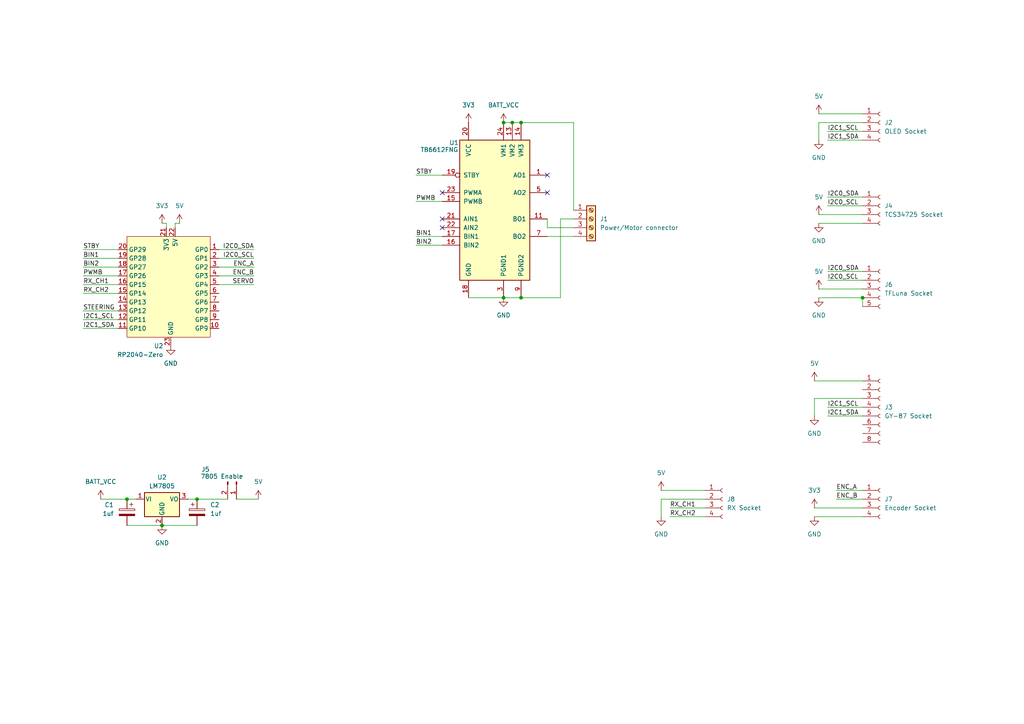
<source format=kicad_sch>
(kicad_sch (version 20250114) (generator "eeschema") (generator_version "9.0")
  (paper "A4")
  (title_block (title "Peripherals Board Revision 2") (date "2025-07-02") (rev "2") (company "DIY Laboratories"))
  (lib_symbols
    (symbol "Connector:Conn_01x02_Pin" (pin_names (offset 1.016) (hide yes))
      (property "Reference" "J" (at 0 2.54 0))
      (property "Value" "Conn_01x02_Pin" (at 0 -5.08 0))
      (symbol "Conn_01x02_Pin_1_1"
        (rectangle (start 0.8636 0.127) (end 0 -0.127) (stroke (width 0.1524)) (fill (type outline)))
        (rectangle (start 0.8636 -2.413) (end 0 -2.667) (stroke (width 0.1524)) (fill (type outline)))
        (polyline (pts (xy 1.27 0) (xy 0.8636 0)) (stroke (width 0.1524)))
        (polyline (pts (xy 1.27 -2.54) (xy 0.8636 -2.54)) (stroke (width 0.1524)))
        (pin passive line (at 5.08 0 180) (length 3.81) (name "Pin_1") (number "1"))
        (pin passive line (at 5.08 -2.54 180) (length 3.81) (name "Pin_2") (number "2"))
      )
    )
    (symbol "Connector:Conn_01x04_Socket" (pin_names (offset 1.016) (hide yes))
      (property "Reference" "J" (at 0 5.08 0))
      (property "Value" "Conn_01x04_Socket" (at 0 -7.62 0))
      (symbol "Conn_01x04_Socket_1_1"
        (polyline (pts (xy -1.27 2.54) (xy -0.508 2.54)) (stroke (width 0.1524)))
        (polyline (pts (xy -1.27 0) (xy -0.508 0)) (stroke (width 0.1524)))
        (polyline (pts (xy -1.27 -2.54) (xy -0.508 -2.54)) (stroke (width 0.1524)))
        (polyline (pts (xy -1.27 -5.08) (xy -0.508 -5.08)) (stroke (width 0.1524)))
        (arc (start 0 2.032) (mid -0.5058 2.54) (end 0 3.048) (stroke (width 0.1524)))
        (arc (start 0 -0.508) (mid -0.5058 0) (end 0 0.508) (stroke (width 0.1524)))
        (arc (start 0 -3.048) (mid -0.5058 -2.54) (end 0 -2.032) (stroke (width 0.1524)))
        (arc (start 0 -5.588) (mid -0.5058 -5.08) (end 0 -4.572) (stroke (width 0.1524)))
        (pin passive line (at -5.08 2.54 0) (length 3.81) (name "Pin_1") (number "1"))
        (pin passive line (at -5.08 0 0) (length 3.81) (name "Pin_2") (number "2"))
        (pin passive line (at -5.08 -2.54 0) (length 3.81) (name "Pin_3") (number "3"))
        (pin passive line (at -5.08 -5.08 0) (length 3.81) (name "Pin_4") (number "4"))
      )
    )
    (symbol "Connector:Conn_01x05_Socket" (pin_names (offset 1.016) (hide yes))
      (property "Reference" "J" (at 0 7.62 0))
      (property "Value" "Conn_01x05_Socket" (at 0 -7.62 0))
      (symbol "Conn_01x05_Socket_1_1"
        (polyline (pts (xy -1.27 5.08) (xy -0.508 5.08)) (stroke (width 0.1524)))
        (polyline (pts (xy -1.27 2.54) (xy -0.508 2.54)) (stroke (width 0.1524)))
        (polyline (pts (xy -1.27 0) (xy -0.508 0)) (stroke (width 0.1524)))
        (polyline (pts (xy -1.27 -2.54) (xy -0.508 -2.54)) (stroke (width 0.1524)))
        (polyline (pts (xy -1.27 -5.08) (xy -0.508 -5.08)) (stroke (width 0.1524)))
        (arc (start 0 4.572) (mid -0.5058 5.08) (end 0 5.588) (stroke (width 0.1524)))
        (arc (start 0 2.032) (mid -0.5058 2.54) (end 0 3.048) (stroke (width 0.1524)))
        (arc (start 0 -0.508) (mid -0.5058 0) (end 0 0.508) (stroke (width 0.1524)))
        (arc (start 0 -3.048) (mid -0.5058 -2.54) (end 0 -2.032) (stroke (width 0.1524)))
        (arc (start 0 -5.588) (mid -0.5058 -5.08) (end 0 -4.572) (stroke (width 0.1524)))
        (pin passive line (at -5.08 5.08 0) (length 3.81) (name "Pin_1") (number "1"))
        (pin passive line (at -5.08 2.54 0) (length 3.81) (name "Pin_2") (number "2"))
        (pin passive line (at -5.08 0 0) (length 3.81) (name "Pin_3") (number "3"))
        (pin passive line (at -5.08 -2.54 0) (length 3.81) (name "Pin_4") (number "4"))
        (pin passive line (at -5.08 -5.08 0) (length 3.81) (name "Pin_5") (number "5"))
      )
    )
    (symbol "Connector:Conn_01x08_Socket" (pin_names (offset 1.016) (hide yes))
      (property "Reference" "J" (at 0 10.16 0))
      (property "Value" "Conn_01x08_Socket" (at 0 -12.7 0))
      (symbol "Conn_01x08_Socket_1_1"
        (polyline (pts (xy -1.27 7.62) (xy -0.508 7.62)) (stroke (width 0.1524)))
        (polyline (pts (xy -1.27 5.08) (xy -0.508 5.08)) (stroke (width 0.1524)))
        (polyline (pts (xy -1.27 2.54) (xy -0.508 2.54)) (stroke (width 0.1524)))
        (polyline (pts (xy -1.27 0) (xy -0.508 0)) (stroke (width 0.1524)))
        (polyline (pts (xy -1.27 -2.54) (xy -0.508 -2.54)) (stroke (width 0.1524)))
        (polyline (pts (xy -1.27 -5.08) (xy -0.508 -5.08)) (stroke (width 0.1524)))
        (polyline (pts (xy -1.27 -7.62) (xy -0.508 -7.62)) (stroke (width 0.1524)))
        (polyline (pts (xy -1.27 -10.16) (xy -0.508 -10.16)) (stroke (width 0.1524)))
        (arc (start 0 7.112) (mid -0.5058 7.62) (end 0 8.128) (stroke (width 0.1524)))
        (arc (start 0 4.572) (mid -0.5058 5.08) (end 0 5.588) (stroke (width 0.1524)))
        (arc (start 0 2.032) (mid -0.5058 2.54) (end 0 3.048) (stroke (width 0.1524)))
        (arc (start 0 -0.508) (mid -0.5058 0) (end 0 0.508) (stroke (width 0.1524)))
        (arc (start 0 -3.048) (mid -0.5058 -2.54) (end 0 -2.032) (stroke (width 0.1524)))
        (arc (start 0 -5.588) (mid -0.5058 -5.08) (end 0 -4.572) (stroke (width 0.1524)))
        (arc (start 0 -8.128) (mid -0.5058 -7.62) (end 0 -7.112) (stroke (width 0.1524)))
        (arc (start 0 -10.668) (mid -0.5058 -10.16) (end 0 -9.652) (stroke (width 0.1524)))
        (pin passive line (at -5.08 7.62 0) (length 3.81) (name "Pin_1") (number "1"))
        (pin passive line (at -5.08 5.08 0) (length 3.81) (name "Pin_2") (number "2"))
        (pin passive line (at -5.08 2.54 0) (length 3.81) (name "Pin_3") (number "3"))
        (pin passive line (at -5.08 0 0) (length 3.81) (name "Pin_4") (number "4"))
        (pin passive line (at -5.08 -2.54 0) (length 3.81) (name "Pin_5") (number "5"))
        (pin passive line (at -5.08 -5.08 0) (length 3.81) (name "Pin_6") (number "6"))
        (pin passive line (at -5.08 -7.62 0) (length 3.81) (name "Pin_7") (number "7"))
        (pin passive line (at -5.08 -10.16 0) (length 3.81) (name "Pin_8") (number "8"))
      )
    )
    (symbol "Connector:Screw_Terminal_01x04" (pin_names (offset 1.016) (hide yes))
      (property "Reference" "J" (at 0 5.08 0))
      (property "Value" "Screw_Terminal_01x04" (at 0 -7.62 0))
      (symbol "Screw_Terminal_01x04_1_1"
        (rectangle (start -1.27 3.81) (end 1.27 -6.35) (stroke (width 0.254)) (fill (type background)))
        (polyline (pts (xy -0.5334 2.8702) (xy 0.3302 2.032)) (stroke (width 0.1524)))
        (polyline (pts (xy -0.5334 0.3302) (xy 0.3302 -0.508)) (stroke (width 0.1524)))
        (polyline (pts (xy -0.5334 -2.2098) (xy 0.3302 -3.048)) (stroke (width 0.1524)))
        (polyline (pts (xy -0.5334 -4.7498) (xy 0.3302 -5.588)) (stroke (width 0.1524)))
        (polyline (pts (xy -0.3556 3.048) (xy 0.508 2.2098)) (stroke (width 0.1524)))
        (polyline (pts (xy -0.3556 0.508) (xy 0.508 -0.3302)) (stroke (width 0.1524)))
        (polyline (pts (xy -0.3556 -2.032) (xy 0.508 -2.8702)) (stroke (width 0.1524)))
        (polyline (pts (xy -0.3556 -4.572) (xy 0.508 -5.4102)) (stroke (width 0.1524)))
        (circle (center 0 2.54) (radius 0.635) (stroke (width 0.1524)))
        (circle (center 0 0) (radius 0.635) (stroke (width 0.1524)))
        (circle (center 0 -2.54) (radius 0.635) (stroke (width 0.1524)))
        (circle (center 0 -5.08) (radius 0.635) (stroke (width 0.1524)))
        (pin passive line (at -5.08 2.54 0) (length 3.81) (name "Pin_1") (number "1"))
        (pin passive line (at -5.08 0 0) (length 3.81) (name "Pin_2") (number "2"))
        (pin passive line (at -5.08 -2.54 0) (length 3.81) (name "Pin_3") (number "3"))
        (pin passive line (at -5.08 -5.08 0) (length 3.81) (name "Pin_4") (number "4"))
      )
    )
    (symbol "Device:C_Polarized" (pin_numbers (hide yes)) (pin_names (offset 0.254))
      (property "Reference" "C" (at 0.635 2.54 0))
      (property "Value" "C_Polarized" (at 0.635 -2.54 0))
      (symbol "C_Polarized_0_1"
        (rectangle (start -2.286 0.508) (end 2.286 1.016))
        (polyline (pts (xy -1.778 2.286) (xy -0.762 2.286)))
        (polyline (pts (xy -1.27 2.794) (xy -1.27 1.778)))
        (rectangle (start 2.286 -0.508) (end -2.286 -1.016) (fill (type outline)))
      )
      (symbol "C_Polarized_1_1"
        (pin passive line (at 0 3.81 270) (length 2.794) (name "~") (number "1"))
        (pin passive line (at 0 -3.81 90) (length 2.794) (name "~") (number "2"))
      )
    )
    (symbol "Driver_Motor:TB6612FNG" (pin_names (offset 1.016))
      (property "Reference" "U" (at 11.43 17.78 0))
      (property "Value" "TB6612FNG" (at 11.43 15.24 0))
      (symbol "TB6612FNG_0_1"
        (rectangle (start -10.16 20.32) (end 10.16 -20.32) (stroke (width 0.254)) (fill (type background)))
      )
      (symbol "TB6612FNG_1_1"
        (pin input inverted (at -15.24 10.16 0) (length 5.08) (name "STBY") (number "19"))
        (pin input line (at -15.24 5.08 0) (length 5.08) (name "PWMA") (number "23"))
        (pin input line (at -15.24 2.54 0) (length 5.08) (name "PWMB") (number "15"))
        (pin input line (at -15.24 -2.54 0) (length 5.08) (name "AIN1") (number "21"))
        (pin input line (at -15.24 -5.08 0) (length 5.08) (name "AIN2") (number "22"))
        (pin input line (at -15.24 -7.62 0) (length 5.08) (name "BIN1") (number "17"))
        (pin input line (at -15.24 -10.16 0) (length 5.08) (name "BIN2") (number "16"))
        (pin power_in line (at -7.62 25.4 270) (length 5.08) (name "VCC") (number "20"))
        (pin power_in line (at -7.62 -25.4 90) (length 5.08) (name "GND") (number "18"))
        (pin power_in line (at 2.54 25.4 270) (length 5.08) (name "VM1") (number "24"))
        (pin power_in line (at 2.54 -25.4 90) (length 5.08) (name "PGND1") (number "3"))
        (pin passive line (at 2.54 -25.4 90) (length 5.08) (hide yes) (name "PGND1") (number "4"))
        (pin power_in line (at 5.08 25.4 270) (length 5.08) (name "VM2") (number "13"))
        (pin power_in line (at 7.62 25.4 270) (length 5.08) (name "VM3") (number "14"))
        (pin passive line (at 7.62 -25.4 90) (length 5.08) (hide yes) (name "PGND2") (number "10"))
        (pin power_in line (at 7.62 -25.4 90) (length 5.08) (name "PGND2") (number "9"))
        (pin output line (at 15.24 10.16 180) (length 5.08) (name "AO1") (number "1"))
        (pin passive line (at 15.24 10.16 180) (length 5.08) (hide yes) (name "AO1") (number "2"))
        (pin output line (at 15.24 5.08 180) (length 5.08) (name "AO2") (number "5"))
        (pin passive line (at 15.24 5.08 180) (length 5.08) (hide yes) (name "AO2") (number "6"))
        (pin output line (at 15.24 -2.54 180) (length 5.08) (name "BO1") (number "11"))
        (pin passive line (at 15.24 -2.54 180) (length 5.08) (hide yes) (name "BO1") (number "12"))
        (pin output line (at 15.24 -7.62 180) (length 5.08) (name "BO2") (number "7"))
        (pin passive line (at 15.24 -7.62 180) (length 5.08) (hide yes) (name "BO2") (number "8"))
      )
    )
    (symbol "RP2040-Zero:RP2040-Zero"
      (property "Reference" "RZ" (at 0 0 0))
      (property "Value" "RP2040-Zero" (at 0 -2.54 0))
      (property "Footprint" "RP2040-Zero:RP2040-Zero" (at 0 0 0))
      (symbol "RP2040-Zero_0_1"
        (rectangle (start -11.43 -15.24) (end 12.7 13.97) (fill (type background)))
      )
      (symbol "RP2040-Zero_1_1"
        (pin bidirectional line (at -13.97 10.16 0) (length 2.54) (name "GP0") (number "1"))
        (pin bidirectional line (at -13.97 7.62 0) (length 2.54) (name "GP1") (number "2"))
        (pin bidirectional line (at -13.97 5.08 0) (length 2.54) (name "GP2") (number "3"))
        (pin bidirectional line (at -13.97 2.54 0) (length 2.54) (name "GP3") (number "4"))
        (pin bidirectional line (at -13.97 0 0) (length 2.54) (name "GP4") (number "5"))
        (pin bidirectional line (at -13.97 -2.54 0) (length 2.54) (name "GP5") (number "6"))
        (pin bidirectional line (at -13.97 -5.08 0) (length 2.54) (name "GP6") (number "7"))
        (pin bidirectional line (at -13.97 -7.62 0) (length 2.54) (name "GP7") (number "8"))
        (pin bidirectional line (at -13.97 -10.16 0) (length 2.54) (name "GP8") (number "9"))
        (pin bidirectional line (at -13.97 -12.7 0) (length 2.54) (name "GP9") (number "10"))
        (pin power_in line (at -1.27 16.51 270) (length 2.54) (name "5V") (number "22"))
        (pin power_in line (at 0 -17.78 90) (length 2.54) (name "GND") (number "23"))
        (pin power_in line (at 1.27 16.51 270) (length 2.54) (name "3V3") (number "21"))
        (pin bidirectional line (at 15.24 10.16 180) (length 2.54) (name "GP29") (number "20"))
        (pin bidirectional line (at 15.24 7.62 180) (length 2.54) (name "GP28") (number "19"))
        (pin bidirectional line (at 15.24 5.08 180) (length 2.54) (name "GP27") (number "18"))
        (pin bidirectional line (at 15.24 2.54 180) (length 2.54) (name "GP26") (number "17"))
        (pin bidirectional line (at 15.24 0 180) (length 2.54) (name "GP15") (number "16"))
        (pin bidirectional line (at 15.24 -2.54 180) (length 2.54) (name "GP14") (number "15"))
        (pin bidirectional line (at 15.24 -5.08 180) (length 2.54) (name "GP13") (number "14"))
        (pin bidirectional line (at 15.24 -7.62 180) (length 2.54) (name "GP12") (number "13"))
        (pin bidirectional line (at 15.24 -10.16 180) (length 2.54) (name "GP11") (number "12"))
        (pin bidirectional line (at 15.24 -12.7 180) (length 2.54) (name "GP10") (number "11"))
      )
    )
    (symbol "Regulator_Linear:LM7805_TO220" (pin_names (offset 0.254))
      (property "Reference" "U" (at -3.81 3.175 0))
      (property "Value" "LM7805_TO220" (at 0 3.175 0))
      (symbol "LM7805_TO220_0_1"
        (rectangle (start -5.08 1.905) (end 5.08 -5.08) (stroke (width 0.254)) (fill (type background)))
      )
      (symbol "LM7805_TO220_1_1"
        (pin power_in line (at -7.62 0 0) (length 2.54) (name "VI") (number "1"))
        (pin power_in line (at 0 -7.62 90) (length 2.54) (name "GND") (number "2"))
        (pin power_out line (at 7.62 0 180) (length 2.54) (name "VO") (number "3"))
      )
    )
    (symbol "power:GND" (power) (pin_numbers (hide yes)) (pin_names (offset 0) (hide yes))
      (property "Value" "GND" (at 0 -3.81 0))
      (symbol "GND_0_1"
        (polyline (pts (xy 0 0) (xy 0 -1.27) (xy 1.27 -1.27) (xy 0 -2.54) (xy -1.27 -1.27) (xy 0 -1.27)))
      )
      (symbol "GND_1_1"
        (pin power_in line (at 0 0 270) (length 0) (name "~") (number "1"))
      )
    )
    (symbol "power:VCC" (power) (pin_numbers (hide yes)) (pin_names (offset 0) (hide yes))
      (property "Value" "VCC" (at 0 3.556 0))
      (symbol "VCC_0_1"
        (polyline (pts (xy -0.762 1.27) (xy 0 2.54)))
        (polyline (pts (xy 0 2.54) (xy 0.762 1.27)))
        (polyline (pts (xy 0 0) (xy 0 2.54)))
      )
      (symbol "VCC_1_1"
        (pin power_in line (at 0 0 90) (length 0) (name "~") (number "1"))
      )
    )
  )
  (junction (at 146.05 86.36))
  (junction (at 57.15 144.78))
  (junction (at 148.59 35.56))
  (junction (at 36.83 144.78))
  (junction (at 146.05 35.56))
  (junction (at 151.13 35.56))
  (junction (at 46.99 152.4))
  (junction (at 250.19 86.36))
  (junction (at 151.13 86.36))
  (no_connect (at 158.75 50.8))
  (no_connect (at 158.75 55.88))
  (no_connect (at 128.27 66.04))
  (no_connect (at 128.27 55.88))
  (no_connect (at 128.27 63.5))
  (wire (pts (xy 194.31 147.32) (xy 204.47 147.32)))
  (wire (pts (xy 237.49 33.02) (xy 250.19 33.02)))
  (wire (pts (xy 250.19 115.57) (xy 236.22 115.57)))
  (wire (pts (xy 48.26 66.04) (xy 48.26 64.77)))
  (wire (pts (xy 24.13 77.47) (xy 34.29 77.47)))
  (wire (pts (xy 36.83 152.4) (xy 46.99 152.4)))
  (wire (pts (xy 54.61 144.78) (xy 57.15 144.78)))
  (wire (pts (xy 240.03 40.64) (xy 250.19 40.64)))
  (wire (pts (xy 24.13 95.25) (xy 34.29 95.25)))
  (wire (pts (xy 242.57 142.24) (xy 250.19 142.24)))
  (wire (pts (xy 240.03 38.1) (xy 250.19 38.1)))
  (wire (pts (xy 24.13 74.93) (xy 34.29 74.93)))
  (wire (pts (xy 240.03 120.65) (xy 250.19 120.65)))
  (wire (pts (xy 68.58 144.78) (xy 74.93 144.78)))
  (wire (pts (xy 29.21 144.78) (xy 36.83 144.78)))
  (wire (pts (xy 236.22 115.57) (xy 236.22 120.65)))
  (wire (pts (xy 204.47 144.78) (xy 191.77 144.78)))
  (wire (pts (xy 240.03 118.11) (xy 250.19 118.11)))
  (wire (pts (xy 57.15 144.78) (xy 66.04 144.78)))
  (wire (pts (xy 162.56 86.36) (xy 151.13 86.36)))
  (wire (pts (xy 24.13 85.09) (xy 34.29 85.09)))
  (wire (pts (xy 162.56 63.5) (xy 162.56 86.36)))
  (wire (pts (xy 24.13 82.55) (xy 34.29 82.55)))
  (wire (pts (xy 250.19 59.69) (xy 240.03 59.69)))
  (wire (pts (xy 63.5 72.39) (xy 73.66 72.39)))
  (wire (pts (xy 237.49 62.23) (xy 250.19 62.23)))
  (wire (pts (xy 191.77 144.78) (xy 191.77 149.86)))
  (wire (pts (xy 166.37 60.96) (xy 166.37 35.56)))
  (wire (pts (xy 237.49 83.82) (xy 250.19 83.82)))
  (wire (pts (xy 191.77 142.24) (xy 204.47 142.24)))
  (wire (pts (xy 151.13 35.56) (xy 148.59 35.56)))
  (wire (pts (xy 250.19 35.56) (xy 237.49 35.56)))
  (wire (pts (xy 46.99 152.4) (xy 57.15 152.4)))
  (wire (pts (xy 36.83 144.78) (xy 39.37 144.78)))
  (wire (pts (xy 166.37 63.5) (xy 162.56 63.5)))
  (wire (pts (xy 237.49 64.77) (xy 250.19 64.77)))
  (wire (pts (xy 237.49 35.56) (xy 237.49 40.64)))
  (wire (pts (xy 24.13 80.01) (xy 34.29 80.01)))
  (wire (pts (xy 120.65 50.8) (xy 128.27 50.8)))
  (wire (pts (xy 120.65 68.58) (xy 128.27 68.58)))
  (wire (pts (xy 158.75 66.04) (xy 166.37 66.04)))
  (wire (pts (xy 158.75 68.58) (xy 166.37 68.58)))
  (wire (pts (xy 73.66 80.01) (xy 63.5 80.01)))
  (wire (pts (xy 73.66 77.47) (xy 63.5 77.47)))
  (wire (pts (xy 63.5 74.93) (xy 73.66 74.93)))
  (wire (pts (xy 50.8 64.77) (xy 52.07 64.77)))
  (wire (pts (xy 250.19 78.74) (xy 240.03 78.74)))
  (wire (pts (xy 24.13 72.39) (xy 34.29 72.39)))
  (wire (pts (xy 146.05 86.36) (xy 151.13 86.36)))
  (wire (pts (xy 148.59 35.56) (xy 146.05 35.56)))
  (wire (pts (xy 250.19 57.15) (xy 240.03 57.15)))
  (wire (pts (xy 166.37 35.56) (xy 151.13 35.56)))
  (wire (pts (xy 63.5 82.55) (xy 73.66 82.55)))
  (wire (pts (xy 50.8 66.04) (xy 50.8 64.77)))
  (wire (pts (xy 158.75 63.5) (xy 158.75 66.04)))
  (wire (pts (xy 120.65 58.42) (xy 128.27 58.42)))
  (wire (pts (xy 250.19 81.28) (xy 240.03 81.28)))
  (wire (pts (xy 194.31 149.86) (xy 204.47 149.86)))
  (wire (pts (xy 135.89 86.36) (xy 146.05 86.36)))
  (wire (pts (xy 250.19 86.36) (xy 250.19 88.9)))
  (wire (pts (xy 237.49 86.36) (xy 250.19 86.36)))
  (wire (pts (xy 236.22 110.49) (xy 250.19 110.49)))
  (wire (pts (xy 236.22 147.32) (xy 250.19 147.32)))
  (wire (pts (xy 120.65 71.12) (xy 128.27 71.12)))
  (wire (pts (xy 242.57 144.78) (xy 250.19 144.78)))
  (wire (pts (xy 24.13 90.17) (xy 34.29 90.17)))
  (wire (pts (xy 48.26 64.77) (xy 46.99 64.77)))
  (wire (pts (xy 236.22 149.86) (xy 250.19 149.86)))
  (wire (pts (xy 24.13 92.71) (xy 34.29 92.71)))
  (label "STEERING" (at 24.13 90.17 0))
  (label "I2C0_SDA" (at 240.03 57.15 0))
  (label "SERVO" (at 73.66 82.55 180))
  (label "I2C1_SCL" (at 240.03 118.11 0))
  (label "I2C1_SCL" (at 24.13 92.71 0))
  (label "I2C1_SDA" (at 240.03 120.65 0))
  (label "RX_CH2" (at 194.31 149.86 0))
  (label "ENC_B" (at 242.57 144.78 0))
  (label "BIN2" (at 24.13 77.47 0))
  (label "I2C1_SCL" (at 240.03 38.1 0))
  (label "BIN1" (at 24.13 74.93 0))
  (label "STBY" (at 24.13 72.39 0))
  (label "I2C1_SDA" (at 24.13 95.25 0))
  (label "BIN1" (at 120.65 68.58 0))
  (label "PWMB" (at 24.13 80.01 0))
  (label "RX_CH2" (at 24.13 85.09 0))
  (label "I2C0_SCL" (at 73.66 74.93 180))
  (label "I2C0_SCL" (at 240.03 59.69 0))
  (label "STBY" (at 120.65 50.8 0))
  (label "RX_CH1" (at 24.1411 82.55 0))
  (label "I2C0_SDA" (at 240.03 78.74 0))
  (label "ENC_B" (at 73.66 80.01 180))
  (label "BIN2" (at 120.65 71.12 0))
  (label "I2C1_SDA" (at 240.03 40.64 0))
  (label "RX_CH1" (at 194.31 147.32 0))
  (label "I2C0_SDA" (at 73.66 72.39 180))
  (label "ENC_A" (at 242.57 142.24 0))
  (label "I2C0_SCL" (at 240.03 81.28 0))
  (label "PWMB" (at 120.65 58.42 0))
  (label "ENC_A" (at 73.66 77.47 180))
  (symbol (lib_id "Connector:Conn_01x04_Socket") (at 209.55 144.78 0) (unit 1)
    (property "Reference" "J8" (at 210.82 144.7799 0) (effects (justify left)))
    (property "Value" "RX Socket" (at 210.82 147.3199 0) (effects (justify left)))
    (property "Description" "Generic connector, single row, 01x04, script generated" (effects (hide yes)))
  )
  (symbol (lib_id "power:GND") (at 236.22 120.65 0) (unit 1)
    (property "Reference" "#PWR016" (effects (hide yes)))
    (property "Value" "GND" (at 236.22 125.73 0))
    (property "Description" "Power symbol creates a global label with name \"GND\" , ground" (effects (hide yes)))
  )
  (symbol (lib_id "Device:C_Polarized") (at 36.83 148.59 0) (mirror y) (unit 1)
    (property "Reference" "C1" (at 33.02 146.4309 0) (effects (justify left)))
    (property "Value" "1uf" (at 33.02 148.9709 0) (effects (justify left)))
    (property "Description" "Polarized capacitor" (effects (hide yes)))
  )
  (symbol (lib_id "power:VCC") (at 237.49 33.02 0) (unit 1)
    (property "Reference" "#PWR011" (effects (hide yes)))
    (property "Value" "5V" (at 237.49 27.94 0))
    (property "Description" "Power symbol creates a global label with name \"VCC\"" (effects (hide yes)))
  )
  (symbol (lib_id "Connector:Conn_01x02_Pin") (at 68.58 139.7 270) (unit 1)
    (property "Reference" "J5" (at 58.42 136.144 90) (effects (justify left)))
    (property "Value" "7805 Enable" (at 58.166 138.176 90) (effects (justify left)))
    (property "Description" "Generic connector, single row, 01x02, script generated" (effects (hide yes)))
  )
  (symbol (lib_id "power:VCC") (at 52.07 64.77 0) (unit 1)
    (property "Reference" "#PWR07" (effects (hide yes)))
    (property "Value" "5V" (at 52.07 59.69 0))
    (property "Description" "Power symbol creates a global label with name \"VCC\"" (effects (hide yes)))
  )
  (symbol (lib_id "power:GND") (at 237.49 86.36 0) (unit 1)
    (property "Reference" "#PWR015" (effects (hide yes)))
    (property "Value" "GND" (at 237.49 91.44 0))
    (property "Description" "Power symbol creates a global label with name \"GND\" , ground" (effects (hide yes)))
  )
  (symbol (lib_id "Connector:Conn_01x08_Socket") (at 255.27 118.11 0) (unit 1)
    (property "Reference" "J3" (at 256.54 118.1099 0) (effects (justify left)))
    (property "Value" "GY-87 Socket" (at 256.54 120.6499 0) (effects (justify left)))
    (property "Description" "Generic connector, single row, 01x08, script generated" (effects (hide yes)))
  )
  (symbol (lib_id "power:VCC") (at 135.89 35.56 0) (unit 1)
    (property "Reference" "#PWR03" (effects (hide yes)))
    (property "Value" "3V3" (at 135.89 30.48 0))
    (property "Description" "Power symbol creates a global label with name \"VCC\"" (effects (hide yes)))
  )
  (symbol (lib_id "Driver_Motor:TB6612FNG") (at 143.51 60.96 0) (unit 1)
    (property "Reference" "U1" (at 130.302 41.402 0) (effects (justify left)))
    (property "Value" "TB6612FNG" (at 121.92 43.434 0) (effects (justify left)))
    (property "Footprint" "Package_SO:SSOP-24_5.3x8.2mm_P0.65mm" (effects (hide yes)))
    (property "Datasheet" "https://toshiba.semicon-storage.com/us/product/linear/motordriver/detail.TB6612FNG.html" (effects (hide yes)))
    (property "Description" "Driver IC for Dual DC motor, SSOP-24" (effects (hide yes)))
  )
  (symbol (lib_id "power:GND") (at 46.99 152.4 0) (unit 1)
    (property "Reference" "#PWR04" (effects (hide yes)))
    (property "Value" "GND" (at 46.99 157.48 0))
    (property "Description" "Power symbol creates a global label with name \"GND\" , ground" (effects (hide yes)))
  )
  (symbol (lib_id "Connector:Conn_01x04_Socket") (at 255.27 144.78 0) (unit 1)
    (property "Reference" "J7" (at 256.54 144.7799 0) (effects (justify left)))
    (property "Value" "Encoder Socket" (at 256.54 147.3199 0) (effects (justify left)))
    (property "Description" "Generic connector, single row, 01x04, script generated" (effects (hide yes)))
  )
  (symbol (lib_id "Connector:Conn_01x04_Socket") (at 255.27 59.69 0) (unit 1)
    (property "Reference" "J4" (at 256.54 59.6899 0) (effects (justify left)))
    (property "Value" "TCS34725 Socket" (at 256.54 62.2299 0) (effects (justify left)))
    (property "Description" "Generic connector, single row, 01x04, script generated" (effects (hide yes)))
  )
  (symbol (lib_id "Connector:Conn_01x05_Socket") (at 255.27 83.82 0) (unit 1)
    (property "Reference" "J6" (at 256.54 82.5499 0) (effects (justify left)))
    (property "Value" "TFLuna Socket" (at 256.54 85.0899 0) (effects (justify left)))
    (property "Description" "Generic connector, single row, 01x05, script generated" (effects (hide yes)))
  )
  (symbol (lib_id "power:VCC") (at 237.49 83.82 0) (unit 1)
    (property "Reference" "#PWR013" (effects (hide yes)))
    (property "Value" "5V" (at 237.49 78.74 0))
    (property "Description" "Power symbol creates a global label with name \"VCC\"" (effects (hide yes)))
  )
  (symbol (lib_id "power:VCC") (at 237.49 62.23 0) (unit 1)
    (property "Reference" "#PWR012" (effects (hide yes)))
    (property "Value" "5V" (at 237.49 57.15 0))
    (property "Description" "Power symbol creates a global label with name \"VCC\"" (effects (hide yes)))
  )
  (symbol (lib_id "power:GND") (at 237.49 40.64 0) (unit 1)
    (property "Reference" "#PWR010" (effects (hide yes)))
    (property "Value" "GND" (at 237.49 45.72 0))
    (property "Description" "Power symbol creates a global label with name \"GND\" , ground" (effects (hide yes)))
  )
  (symbol (lib_id "power:VCC") (at 29.21 144.78 0) (unit 1)
    (property "Reference" "#PWR05" (effects (hide yes)))
    (property "Value" "BATT_VCC" (at 29.21 139.7 0))
    (property "Description" "Power symbol creates a global label with name \"VCC\"" (effects (hide yes)))
  )
  (symbol (lib_id "RP2040-Zero:RP2040-Zero") (at 49.53 82.55 0) (mirror y) (unit 1)
    (property "Reference" "U2" (at 47.3867 100.33 0) (effects (justify left)))
    (property "Value" "RP2040-Zero" (at 47.3867 102.87 0) (effects (justify left)))
    (property "Footprint" "RP2040-Zero:RP2040-Zero" (effects (hide yes)))
  )
  (symbol (lib_id "Regulator_Linear:LM7805_TO220") (at 46.99 144.78 0) (unit 1)
    (property "Reference" "U2" (at 46.99 138.43 0))
    (property "Value" "LM7805" (at 46.99 140.97 0))
    (property "Footprint" "Package_TO_SOT_THT:TO-220-3_Vertical" (effects (hide yes)))
    (property "Datasheet" "https://www.onsemi.cn/PowerSolutions/document/MC7800-D.PDF" (effects (hide yes)))
    (property "Description" "Positive 1A 35V Linear Regulator, Fixed Output 5V, TO-220" (effects (hide yes)))
  )
  (symbol (lib_id "power:GND") (at 146.05 86.36 0) (unit 1)
    (property "Reference" "#PWR01" (effects (hide yes)))
    (property "Value" "GND" (at 146.05 91.44 0))
    (property "Description" "Power symbol creates a global label with name \"GND\" , ground" (effects (hide yes)))
  )
  (symbol (lib_id "power:GND") (at 237.49 64.77 0) (unit 1)
    (property "Reference" "#PWR014" (effects (hide yes)))
    (property "Value" "GND" (at 237.49 69.85 0))
    (property "Description" "Power symbol creates a global label with name \"GND\" , ground" (effects (hide yes)))
  )
  (symbol (lib_id "Device:C_Polarized") (at 57.15 148.59 0) (unit 1)
    (property "Reference" "C2" (at 60.96 146.4309 0) (effects (justify left)))
    (property "Value" "1uf" (at 60.96 148.9709 0) (effects (justify left)))
    (property "Description" "Polarized capacitor" (effects (hide yes)))
  )
  (symbol (lib_id "power:VCC") (at 46.99 64.77 0) (unit 1)
    (property "Reference" "#PWR08" (effects (hide yes)))
    (property "Value" "3V3" (at 46.99 59.69 0))
    (property "Description" "Power symbol creates a global label with name \"VCC\"" (effects (hide yes)))
  )
  (symbol (lib_id "power:VCC") (at 236.22 147.32 0) (unit 1)
    (property "Reference" "#PWR019" (effects (hide yes)))
    (property "Value" "3V3" (at 236.22 142.24 0))
    (property "Description" "Power symbol creates a global label with name \"VCC\"" (effects (hide yes)))
  )
  (symbol (lib_id "power:GND") (at 191.77 149.86 0) (unit 1)
    (property "Reference" "#PWR021" (effects (hide yes)))
    (property "Value" "GND" (at 191.77 154.94 0))
    (property "Description" "Power symbol creates a global label with name \"GND\" , ground" (effects (hide yes)))
  )
  (symbol (lib_id "power:GND") (at 236.22 149.86 0) (unit 1)
    (property "Reference" "#PWR018" (effects (hide yes)))
    (property "Value" "GND" (at 236.22 154.94 0))
    (property "Description" "Power symbol creates a global label with name \"GND\" , ground" (effects (hide yes)))
  )
  (symbol (lib_id "power:VCC") (at 236.22 110.49 0) (unit 1)
    (property "Reference" "#PWR017" (effects (hide yes)))
    (property "Value" "5V" (at 236.22 105.41 0))
    (property "Description" "Power symbol creates a global label with name \"VCC\"" (effects (hide yes)))
  )
  (symbol (lib_id "Connector:Screw_Terminal_01x04") (at 171.45 63.5 0) (unit 1)
    (property "Reference" "J1" (at 173.99 63.4999 0) (effects (justify left)))
    (property "Value" "Power/Motor connector" (at 173.99 66.0399 0) (effects (justify left)))
    (property "Description" "Generic screw terminal, single row, 01x04, script generated (kicad-library-utils/schlib/autogen/connector/)" (effects (hide yes)))
  )
  (symbol (lib_id "power:GND") (at 49.53 100.33 0) (unit 1)
    (property "Reference" "#PWR09" (effects (hide yes)))
    (property "Value" "GND" (at 49.53 105.41 0))
    (property "Description" "Power symbol creates a global label with name \"GND\" , ground" (effects (hide yes)))
  )
  (symbol (lib_id "power:VCC") (at 74.93 144.78 0) (unit 1)
    (property "Reference" "#PWR06" (effects (hide yes)))
    (property "Value" "5V" (at 74.93 139.7 0))
    (property "Description" "Power symbol creates a global label with name \"VCC\"" (effects (hide yes)))
  )
  (symbol (lib_id "Connector:Conn_01x04_Socket") (at 255.27 35.56 0) (unit 1)
    (property "Reference" "J2" (at 256.54 35.5599 0) (effects (justify left)))
    (property "Value" "OLED Socket" (at 256.54 38.0999 0) (effects (justify left)))
    (property "Description" "Generic connector, single row, 01x04, script generated" (effects (hide yes)))
  )
  (symbol (lib_id "power:VCC") (at 191.77 142.24 0) (unit 1)
    (property "Reference" "#PWR020" (effects (hide yes)))
    (property "Value" "5V" (at 191.77 137.16 0))
    (property "Description" "Power symbol creates a global label with name \"VCC\"" (effects (hide yes)))
  )
  (symbol (lib_id "power:VCC") (at 146.05 35.56 0) (unit 1)
    (property "Reference" "#PWR02" (effects (hide yes)))
    (property "Value" "BATT_VCC" (at 146.05 30.48 0))
    (property "Description" "Power symbol creates a global label with name \"VCC\"" (effects (hide yes)))
  )
)
</source>
